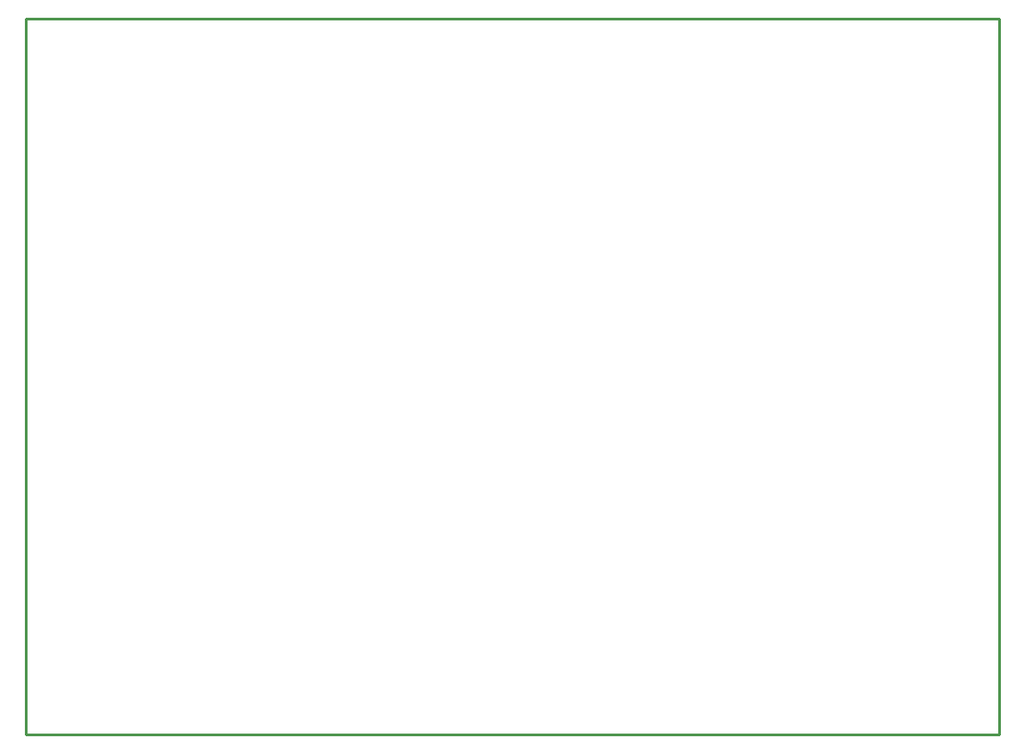
<source format=gbr>
G04 EAGLE Gerber RS-274X export*
G75*
%MOMM*%
%FSLAX34Y34*%
%LPD*%
%IN*%
%IPPOS*%
%AMOC8*
5,1,8,0,0,1.08239X$1,22.5*%
G01*
G04 Define Apertures*
%ADD10C,0.254000*%
D10*
X457200Y165100D02*
X1384100Y165100D01*
X1384100Y847600D01*
X457200Y847600D01*
X457200Y165100D01*
M02*

</source>
